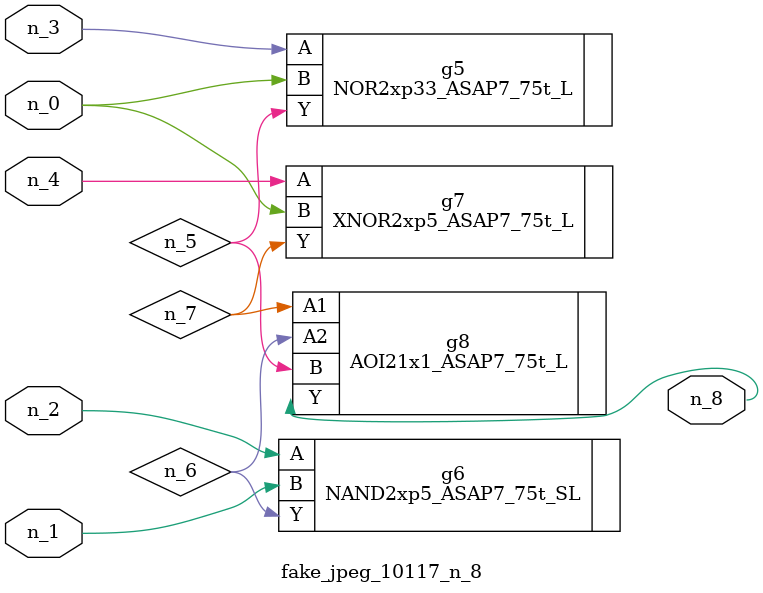
<source format=v>
module fake_jpeg_10117_n_8 (n_3, n_2, n_1, n_0, n_4, n_8);

input n_3;
input n_2;
input n_1;
input n_0;
input n_4;

output n_8;

wire n_6;
wire n_5;
wire n_7;

NOR2xp33_ASAP7_75t_L g5 ( 
.A(n_3),
.B(n_0),
.Y(n_5)
);

NAND2xp5_ASAP7_75t_SL g6 ( 
.A(n_2),
.B(n_1),
.Y(n_6)
);

XNOR2xp5_ASAP7_75t_L g7 ( 
.A(n_4),
.B(n_0),
.Y(n_7)
);

AOI21x1_ASAP7_75t_L g8 ( 
.A1(n_7),
.A2(n_6),
.B(n_5),
.Y(n_8)
);


endmodule
</source>
